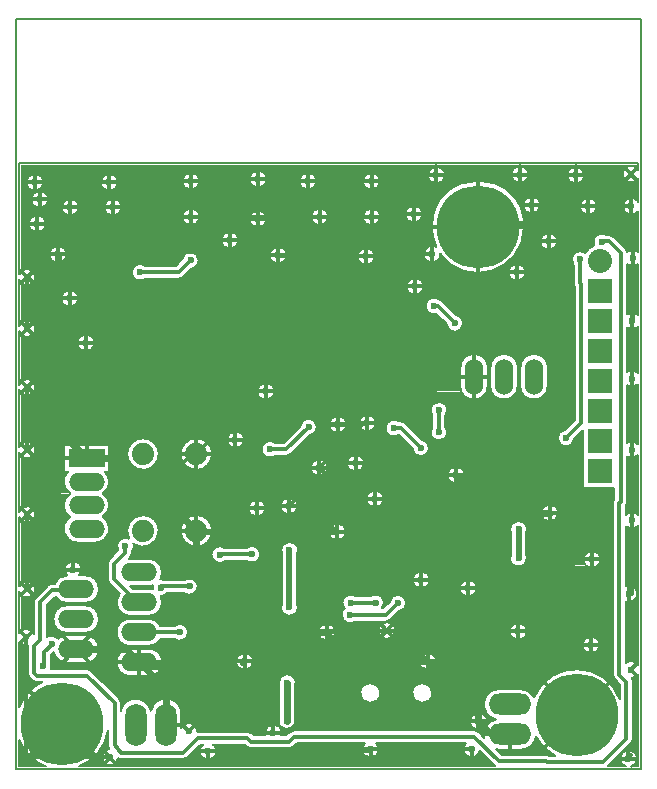
<source format=gbr>
G04 DesignSpark PCB Gerber Version 11.0 Build 5877*
%FSLAX33Y33*%
%MOIN*%
%ADD99O,0.06000X0.12000*%
%ADD102O,0.07087X0.14173*%
%ADD100O,0.12000X0.06000*%
%ADD106O,0.14173X0.07087*%
%ADD105R,0.12000X0.06000*%
%ADD104R,0.07874X0.07874*%
%ADD139C,0.00500*%
%ADD94C,0.00787*%
%ADD95C,0.01181*%
%ADD96C,0.01969*%
%ADD97C,0.02362*%
%ADD101C,0.07400*%
%ADD103C,0.08000*%
%ADD98C,0.27559*%
X0Y0D02*
D02*
D94*
X298Y165D02*
Y77D01*
X386D01*
G75*
G02*
X298Y165I55J143D01*
G01*
G36*
X298Y165D02*
Y77D01*
X386D01*
G75*
G02*
X298Y165I55J143D01*
G01*
G37*
Y493D02*
Y276D01*
G75*
G02*
X374Y358I143J-55D01*
G01*
X355D01*
G75*
G02*
X339Y365I0J22D01*
G01*
X332Y372D01*
G75*
G02*
X325Y388I15J15D01*
G01*
Y478D01*
G75*
G02*
X325Y481I22J0D01*
G01*
G75*
G02*
X298Y493I-4J27D01*
G01*
G36*
X298Y493D02*
Y276D01*
G75*
G02*
X374Y358I143J-55D01*
G01*
X355D01*
G75*
G02*
X339Y365I0J22D01*
G01*
X332Y372D01*
G75*
G02*
X325Y388I15J15D01*
G01*
Y478D01*
G75*
G02*
X325Y481I22J0D01*
G01*
G75*
G02*
X298Y493I-4J27D01*
G01*
G37*
Y660D02*
Y523D01*
G75*
G02*
X346Y520I23J-15D01*
G01*
Y625D01*
G75*
G02*
X352Y640I22J0D01*
G01*
X392Y680D01*
G75*
G02*
X407Y686I15J-15D01*
G01*
X415D01*
G75*
G02*
X457Y714I42J-18D01*
G01*
X457D01*
G75*
G02*
X449Y733I19J20D01*
G01*
G75*
G02*
X504I28J0D01*
G01*
G75*
G02*
X496Y714I-28J0D01*
G01*
X517D01*
G75*
G02*
Y622I0J-46D01*
G01*
X457D01*
G75*
G02*
X419Y643I0J46D01*
G01*
X416D01*
X389Y616D01*
Y509D01*
G75*
G02*
X427Y503I16J-23D01*
G01*
G75*
G02*
X457Y514I30J-35D01*
G01*
X517D01*
G75*
G02*
Y422I0J-46D01*
G01*
X457D01*
G75*
G02*
X412Y459I0J46D01*
G01*
X402Y449D01*
Y424D01*
G75*
G02*
X403Y402I-25J-12D01*
G01*
X523D01*
G75*
G02*
X538Y395I0J-22D01*
G01*
X630Y304D01*
G75*
G02*
X636Y288I-15J-15D01*
G01*
Y261D01*
G75*
G02*
X737Y263I50J-9D01*
G01*
G75*
G02*
X838Y252I50J-11D01*
G01*
Y206D01*
G75*
G02*
X890Y194I25J-12D01*
G01*
G75*
G02*
X890Y193I-28J0D01*
G01*
G75*
G02*
X892Y193I2J-22D01*
G01*
X1058D01*
G75*
G02*
X1074Y187I0J-22D01*
G01*
X1079Y181D01*
X1118D01*
G75*
G02*
X1117Y189I26J8D01*
G01*
G75*
G02*
X1172I28J0D01*
G01*
G75*
G02*
X1171Y181I-28J0D01*
G01*
X1188D01*
X1199Y191D01*
G75*
G02*
X1214Y198I15J-15D01*
G01*
X1814D01*
G75*
G02*
X1830Y191I0J-22D01*
G01*
X1848Y173D01*
G75*
G02*
X1887Y234I50J11D01*
G01*
G75*
G02*
X1898Y335I11J50D01*
G01*
X1969D01*
G75*
G02*
X2014Y308I0J-51D01*
G01*
G75*
G02*
X2300Y302I141J-60D01*
G01*
Y350D01*
X2282Y368D01*
G75*
G02*
X2276Y383I15J15D01*
G01*
Y955D01*
G75*
G02*
X2281Y968I22J0D01*
G01*
Y1006D01*
X2178D01*
Y1199D01*
X2147Y1168D01*
G75*
G02*
X2092Y1171I-27J3D01*
G01*
G75*
G02*
X2116Y1199I28J0D01*
G01*
X2149Y1231D01*
Y1677D01*
G75*
G02*
X2145Y1689I18J12D01*
G01*
Y1750D01*
G75*
G02*
X2184Y1788I22J17D01*
G01*
G75*
G02*
X2214Y1814I49J-27D01*
G01*
G75*
G02*
X2255Y1848I25J12D01*
G01*
X2264D01*
G75*
G02*
X2280Y1842I0J-22D01*
G01*
X2318Y1804D01*
G75*
G02*
X2324Y1792I-15J-15D01*
G01*
G75*
G02*
X2360Y1792I18J-21D01*
G01*
Y1927D01*
G75*
G02*
X2310Y1944I-22J16D01*
G01*
G75*
G02*
X2360Y1960I28J0D01*
G01*
Y2038D01*
G75*
G02*
X2308Y2051I-24J13D01*
G01*
G75*
G02*
X2360Y2065I28J0D01*
G01*
Y2087D01*
X298D01*
Y1717D01*
G75*
G02*
X352Y1709I26J-9D01*
G01*
G75*
G02*
X298Y1700I-28J0D01*
G01*
Y1545D01*
G75*
G02*
X352Y1536I26J-9D01*
G01*
G75*
G02*
X298Y1528I-28J0D01*
G01*
Y1350D01*
G75*
G02*
X352Y1342I26J-9D01*
G01*
G75*
G02*
X298Y1333I-28J0D01*
G01*
Y1141D01*
G75*
G02*
X352Y1132I26J-9D01*
G01*
G75*
G02*
X298Y1123I-28J0D01*
G01*
Y926D01*
G75*
G02*
X352Y917I26J-9D01*
G01*
G75*
G02*
X298Y909I-28J0D01*
G01*
Y677D01*
G75*
G02*
X352Y668I26J-9D01*
G01*
G75*
G02*
X298Y660I-28J0D01*
G01*
X322Y2024D02*
G75*
G02*
X377I28J0D01*
G01*
G75*
G02*
X322I-28J0D01*
G01*
X330Y1886D02*
G75*
G02*
X385I28J0D01*
G01*
G75*
G02*
X330I-28J0D01*
G01*
X338Y1967D02*
G75*
G02*
X393I28J0D01*
G01*
G75*
G02*
X338I-28J0D01*
G01*
X399Y1784D02*
G75*
G02*
X454I28J0D01*
G01*
G75*
G02*
X399I-28J0D01*
G01*
X438Y1637D02*
G75*
G02*
X493I28J0D01*
G01*
G75*
G02*
X438I-28J0D01*
G01*
X446Y1150D02*
X597D01*
Y1059D01*
X583D01*
G75*
G02*
X575Y987I-32J-33D01*
G01*
G75*
G02*
Y908I-23J-39D01*
G01*
G75*
G02*
X552Y823I-23J-39D01*
G01*
X492D01*
G75*
G02*
X468Y908I0J46D01*
G01*
G75*
G02*
Y987I23J39D01*
G01*
G75*
G02*
X460Y1059I23J39D01*
G01*
X446D01*
Y1150D01*
X848Y698D02*
G75*
G02*
X892Y677I17J-22D01*
G01*
G75*
G02*
X848Y655I-28J0D01*
G01*
X791D01*
G75*
G02*
X768Y646I-21J18D01*
G01*
G75*
G02*
X728Y578I-40J-22D01*
G01*
X668D01*
G75*
G02*
X632Y652I0J46D01*
G01*
X599Y685D01*
G75*
G02*
X592Y701I15J15D01*
G01*
Y752D01*
G75*
G02*
X599Y767I22J0D01*
G01*
X628Y797D01*
G75*
G02*
X664Y836I23J15D01*
G01*
G75*
G02*
X710Y915I46J26D01*
G01*
G75*
G02*
X762Y862I0J-53D01*
G01*
G75*
G02*
X678Y820I-53J0D01*
G01*
G75*
G02*
X673Y795I-26J-9D01*
G01*
Y789D01*
G75*
G02*
X667Y774I-22J0D01*
G01*
X662Y769D01*
G75*
G02*
X668Y770I5J-45D01*
G01*
X728D01*
G75*
G02*
X767Y701I0J-46D01*
G01*
G75*
G02*
X782Y698I3J-27D01*
G01*
X848D01*
X728Y470D02*
G75*
G02*
Y378I0J-46D01*
G01*
X668D01*
G75*
G02*
Y470I0J46D01*
G01*
X728D01*
X816Y546D02*
G75*
G02*
X860Y524I17J-22D01*
G01*
G75*
G02*
X816Y502I-28J0D01*
G01*
X768D01*
G75*
G02*
X728Y478I-40J22D01*
G01*
X668D01*
G75*
G02*
Y570I0J46D01*
G01*
X728D01*
G75*
G02*
X768Y546I0J-46D01*
G01*
X816D01*
X492Y1489D02*
G75*
G02*
X547I28J0D01*
G01*
G75*
G02*
X492I-28J0D01*
G01*
X440Y1941D02*
G75*
G02*
X495I28J0D01*
G01*
G75*
G02*
X440I-28J0D01*
G01*
X570Y2024D02*
G75*
G02*
X625I28J0D01*
G01*
G75*
G02*
X570I-28J0D01*
G01*
X582Y1941D02*
G75*
G02*
X637I28J0D01*
G01*
G75*
G02*
X582I-28J0D01*
G01*
X710Y1171D02*
G75*
G02*
X762Y1118I0J-53D01*
G01*
G75*
G02*
X710Y1066I-53J0D01*
G01*
G75*
G02*
X657Y1118I0J53D01*
G01*
G75*
G02*
X710Y1171I53J0D01*
G01*
X841Y1767D02*
G75*
G02*
X896Y1764I27J-3D01*
G01*
G75*
G02*
X872Y1737I-28J0D01*
G01*
X844Y1709D01*
G75*
G02*
X829Y1702I-15J15D01*
G01*
X717D01*
G75*
G02*
X673Y1724I-17J22D01*
G01*
G75*
G02*
X717Y1746I28J0D01*
G01*
X820D01*
X841Y1767D01*
X888Y915D02*
G75*
G02*
X940Y862I0J-53D01*
G01*
G75*
G02*
X888Y810I-53J0D01*
G01*
G75*
G02*
X835Y862I0J53D01*
G01*
G75*
G02*
X888Y915I53J0D01*
G01*
X1056Y806D02*
G75*
G02*
X1101Y784I17J-22D01*
G01*
G75*
G02*
X1056Y763I-28J0D01*
G01*
X985D01*
G75*
G02*
X938Y783I-19J20D01*
G01*
G75*
G02*
X981Y806I28J0D01*
G01*
X1056D01*
X1021Y427D02*
G75*
G02*
X1076I28J0D01*
G01*
G75*
G02*
X1021I-28J0D01*
G01*
X888Y1171D02*
G75*
G02*
X940Y1118I0J-53D01*
G01*
G75*
G02*
X888Y1066I-53J0D01*
G01*
G75*
G02*
X835Y1118I0J53D01*
G01*
G75*
G02*
X888Y1171I53J0D01*
G01*
X842Y1909D02*
G75*
G02*
X897I28J0D01*
G01*
G75*
G02*
X842I-28J0D01*
G01*
Y2028D02*
G75*
G02*
X897I28J0D01*
G01*
G75*
G02*
X842I-28J0D01*
G01*
X972Y1831D02*
G75*
G02*
X1027I28J0D01*
G01*
G75*
G02*
X972I-28J0D01*
G01*
X991Y1166D02*
G75*
G02*
X1046I28J0D01*
G01*
G75*
G02*
X991I-28J0D01*
G01*
X1062Y938D02*
G75*
G02*
X1117I28J0D01*
G01*
G75*
G02*
X1062I-28J0D01*
G01*
X1066Y1902D02*
G75*
G02*
X1121I28J0D01*
G01*
G75*
G02*
X1066I-28J0D01*
G01*
X1092Y1327D02*
G75*
G02*
X1147I28J0D01*
G01*
G75*
G02*
X1092I-28J0D01*
G01*
X1235Y1212D02*
G75*
G02*
X1290Y1209I27J-3D01*
G01*
G75*
G02*
X1266Y1182I-28J0D01*
G01*
X1203Y1119D01*
G75*
G02*
X1188Y1112I-15J15D01*
G01*
X1150D01*
G75*
G02*
X1105Y1134I-17J22D01*
G01*
G75*
G02*
X1150Y1156I28J0D01*
G01*
X1179D01*
X1235Y1212D01*
X1270Y1073D02*
G75*
G02*
X1325I28J0D01*
G01*
G75*
G02*
X1270I-28J0D01*
G01*
X1295Y525D02*
G75*
G02*
X1350I28J0D01*
G01*
G75*
G02*
X1295I-28J0D01*
G01*
X1191Y384D02*
G75*
G02*
X1217Y348I0J-28D01*
G01*
X1217Y348D01*
Y230D01*
G75*
G02*
X1162I-28J0D01*
G01*
Y356D01*
G75*
G02*
X1189Y384I28J0D01*
G01*
X1191D01*
X1169Y945D02*
G75*
G02*
X1224I28J0D01*
G01*
G75*
G02*
X1169I-28J0D01*
G01*
X1171Y797D02*
G75*
G02*
X1226I28J0D01*
G01*
G75*
G02*
X1224Y787I-28J0D01*
G01*
Y617D01*
G75*
G02*
X1226Y607I-26J-10D01*
G01*
G75*
G02*
X1171I-28J0D01*
G01*
G75*
G02*
X1173Y617I28J0D01*
G01*
Y787D01*
G75*
G02*
X1171Y797I26J10D01*
G01*
X1066Y2035D02*
G75*
G02*
X1121I28J0D01*
G01*
G75*
G02*
X1066I-28J0D01*
G01*
X1133Y1781D02*
G75*
G02*
X1188I28J0D01*
G01*
G75*
G02*
X1133I-28J0D01*
G01*
X1232Y2028D02*
G75*
G02*
X1287I28J0D01*
G01*
G75*
G02*
X1232I-28J0D01*
G01*
X1271Y1909D02*
G75*
G02*
X1326I28J0D01*
G01*
G75*
G02*
X1271I-28J0D01*
G01*
X1330Y859D02*
G75*
G02*
X1385I28J0D01*
G01*
G75*
G02*
X1330I-28J0D01*
G01*
X1533Y625D02*
G75*
G02*
X1588Y622I27J-3D01*
G01*
G75*
G02*
X1563Y595I-28J0D01*
G01*
X1535Y567D01*
G75*
G02*
X1520Y560I-15J15D01*
G01*
X1417D01*
G75*
G02*
X1383Y603I-17J22D01*
G01*
G75*
G02*
X1419Y645I19J20D01*
G01*
X1468D01*
G75*
G02*
X1505Y604I17J-22D01*
G01*
X1511D01*
X1533Y625D01*
X1434Y322D02*
G75*
G02*
X1501I33J0D01*
G01*
G75*
G02*
X1434I-33J0D01*
G01*
X1495Y530D02*
G75*
G02*
X1550I28J0D01*
G01*
G75*
G02*
X1495I-28J0D01*
G01*
X1332Y1217D02*
G75*
G02*
X1387I28J0D01*
G01*
X1387Y1216D01*
X1387Y1216D01*
G75*
G02*
X1332I-28J0D01*
G01*
X1332Y1216D01*
X1332Y1217D01*
X1391Y1088D02*
G75*
G02*
X1446I28J0D01*
G01*
G75*
G02*
X1391I-28J0D01*
G01*
X1426Y1777D02*
G75*
G02*
X1482I28J0D01*
G01*
G75*
G02*
X1426I-28J0D01*
G01*
X1430Y1221D02*
G75*
G02*
X1485I28J0D01*
G01*
G75*
G02*
X1430I-28J0D01*
G01*
X1456Y969D02*
G75*
G02*
X1511I28J0D01*
G01*
G75*
G02*
X1456I-28J0D01*
G01*
X1444Y1909D02*
G75*
G02*
X1499I28J0D01*
G01*
G75*
G02*
X1444I-28J0D01*
G01*
Y2028D02*
G75*
G02*
X1499I28J0D01*
G01*
G75*
G02*
X1444I-28J0D01*
G01*
X1639Y1166D02*
G75*
G02*
X1664Y1139I-3J-27D01*
G01*
G75*
G02*
X1609Y1136I-28J0D01*
G01*
X1562Y1182D01*
G75*
G02*
X1519Y1205I-16J23D01*
G01*
G75*
G02*
X1563Y1227I28J0D01*
G01*
X1570D01*
G75*
G02*
X1585Y1220I0J-22D01*
G01*
X1639Y1166D01*
X1610Y699D02*
G75*
G02*
X1665I28J0D01*
G01*
G75*
G02*
X1610I-28J0D01*
G01*
X1631Y428D02*
G75*
G02*
X1686I28J0D01*
G01*
G75*
G02*
X1631I-28J0D01*
G01*
X1607Y322D02*
G75*
G02*
X1674I33J0D01*
G01*
G75*
G02*
X1607I-33J0D01*
G01*
X1585Y1918D02*
G75*
G02*
X1640I28J0D01*
G01*
G75*
G02*
X1585I-28J0D01*
G01*
X1589Y1677D02*
G75*
G02*
X1644I28J0D01*
G01*
G75*
G02*
X1589I-28J0D01*
G01*
X1673Y1876D02*
G75*
G02*
X1980I154J0D01*
G01*
G75*
G02*
X1701Y1787I-154J0D01*
G01*
G75*
G02*
X1701Y1785I-28J-2D01*
G01*
G75*
G02*
X1646I-28J0D01*
G01*
G75*
G02*
X1688Y1809I28J0D01*
G01*
G75*
G02*
X1673Y1876I138J67D01*
G01*
X1868Y1406D02*
G75*
G02*
X1959I46J0D01*
G01*
Y1346D01*
G75*
G02*
X1868I-46J0D01*
G01*
Y1406D01*
X1933Y527D02*
G75*
G02*
X1989I28J0D01*
G01*
G75*
G02*
X1933I-28J0D01*
G01*
X1934Y867D02*
G75*
G02*
X1989I28J0D01*
G01*
G75*
G02*
X1988Y857I-28J0D01*
G01*
Y781D01*
G75*
G02*
X1989Y771I-26J-10D01*
G01*
G75*
G02*
X1934I-28J0D01*
G01*
G75*
G02*
X1936Y781I28J0D01*
G01*
Y857D01*
G75*
G02*
X1934Y867I26J10D01*
G01*
X1929Y1724D02*
G75*
G02*
X1984I28J0D01*
G01*
G75*
G02*
X1929I-28J0D01*
G01*
X1968Y1406D02*
G75*
G02*
X2059I46J0D01*
G01*
Y1346D01*
G75*
G02*
X1968I-46J0D01*
G01*
Y1406D01*
X2038Y922D02*
G75*
G02*
X2093I28J0D01*
G01*
G75*
G02*
X2038I-28J0D01*
G01*
X1753Y1582D02*
G75*
G02*
X1777Y1554I-3J-27D01*
G01*
G75*
G02*
X1722Y1551I-28J0D01*
G01*
X1688Y1585D01*
G75*
G02*
X1652Y1612I-8J26D01*
G01*
G75*
G02*
X1698Y1633I28J0D01*
G01*
G75*
G02*
X1707Y1627I-6J-21D01*
G01*
X1753Y1582D01*
X1726Y1048D02*
G75*
G02*
X1781I28J0D01*
G01*
G75*
G02*
X1726I-28J0D01*
G01*
X1766Y671D02*
G75*
G02*
X1821I28J0D01*
G01*
G75*
G02*
X1766I-28J0D01*
G01*
X1801Y227D02*
G75*
G02*
X1856I28J0D01*
G01*
G75*
G02*
X1801I-28J0D01*
G01*
X1768Y1406D02*
G75*
G02*
X1859I46J0D01*
G01*
Y1346D01*
G75*
G02*
X1768I-46J0D01*
G01*
Y1406D01*
X1669Y1264D02*
G75*
G02*
X1724I28J0D01*
G01*
G75*
G02*
X1718Y1247I-28J0D01*
G01*
Y1209D01*
G75*
G02*
X1724Y1192I-22J-17D01*
G01*
G75*
G02*
X1669I-28J0D01*
G01*
G75*
G02*
X1674Y1209I28J0D01*
G01*
Y1247D01*
G75*
G02*
X1669Y1264I22J17D01*
G01*
X1661Y2048D02*
G75*
G02*
X1716I28J0D01*
G01*
G75*
G02*
X1661I-28J0D01*
G01*
X1938Y2050D02*
G75*
G02*
X1994I28J0D01*
G01*
G75*
G02*
X1938I-28J0D01*
G01*
X1978Y1948D02*
G75*
G02*
X2033I28J0D01*
G01*
G75*
G02*
X1978I-28J0D01*
G01*
X2035Y1827D02*
G75*
G02*
X2090I28J0D01*
G01*
G75*
G02*
X2035I-28J0D01*
G01*
X2124Y2048D02*
G75*
G02*
X2180I28J0D01*
G01*
G75*
G02*
X2124I-28J0D01*
G01*
X2167Y1944D02*
G75*
G02*
X2222I28J0D01*
G01*
G75*
G02*
X2167I-28J0D01*
G01*
X517Y614D02*
G75*
G02*
Y522I0J-46D01*
G01*
X457D01*
G75*
G02*
Y614I0J46D01*
G01*
X517D01*
X2179Y767D02*
G75*
G02*
X2234I28J0D01*
G01*
G75*
G02*
X2179I-28J0D01*
G01*
X2176Y482D02*
G75*
G02*
X2231I28J0D01*
G01*
G75*
G02*
X2176I-28J0D01*
G01*
X838Y227D02*
G36*
X838Y227D02*
Y206D01*
G75*
G02*
X890Y194I25J-12D01*
G01*
G75*
G02*
X890Y193I-31J0D01*
G01*
G75*
G02*
X892Y193I2J-21D01*
G01*
X1058D01*
G75*
G02*
X1074Y187I0J-22D01*
G01*
X1079Y181D01*
X1118D01*
G75*
G02*
X1117Y189I26J8D01*
G01*
Y189D01*
G75*
G02*
X1172I28J0D01*
G01*
Y189D01*
G75*
G02*
X1171Y181I-27J0D01*
G01*
X1188D01*
X1199Y191D01*
G75*
G02*
X1214Y198I15J-15D01*
G01*
X1814D01*
G75*
G02*
X1830Y191I0J-22D01*
G01*
X1844Y177D01*
X1847D01*
G75*
G02*
X1847Y184I51J7D01*
G01*
G75*
G02*
X1871Y227I51J0D01*
G01*
X1856D01*
G75*
G02*
X1801I-28J0D01*
G01*
X1217D01*
G75*
G02*
X1162I-27J3D01*
G01*
X838D01*
G37*
X636Y288D02*
G36*
X636Y288D02*
Y261D01*
G75*
G02*
X657Y293I50J-9D01*
G01*
X636D01*
G75*
G02*
X636Y288I-21J-5D01*
G01*
G37*
X717Y293D02*
G36*
X717Y293D02*
G75*
G02*
X737Y263I-30J-41D01*
G01*
G75*
G02*
X757Y293I50J-11D01*
G01*
X717D01*
G37*
X838Y252D02*
G36*
X838Y252D02*
Y227D01*
X1162D01*
G75*
G02*
X1162Y230I27J3D01*
G01*
Y293D01*
X817D01*
G75*
G02*
X838Y252I-30J-41D01*
G01*
G37*
X1217Y230D02*
G36*
X1217Y230D02*
G75*
G02*
X1217Y227I-28J0D01*
G01*
X1801D01*
G75*
G02*
X1856I28J0D01*
G01*
X1871D01*
G75*
G02*
X1887Y234I27J-43D01*
G01*
G75*
G02*
X1847Y284I11J50D01*
G01*
G75*
G02*
X1848Y293I51J0D01*
G01*
X1657D01*
G75*
G02*
X1624I-17J29D01*
G01*
X1484D01*
G75*
G02*
X1450I-17J29D01*
G01*
X1217D01*
Y230D01*
G37*
X402Y424D02*
G36*
X402Y424D02*
Y424D01*
G75*
G02*
X405Y411I-25J-12D01*
G01*
G75*
G02*
X403Y402I-28J0D01*
G01*
X523D01*
G75*
G02*
X538Y395I0J-22D01*
G01*
X630Y304D01*
G75*
G02*
X636Y293I-15J-15D01*
G01*
X657D01*
G75*
G02*
X717I30J-41D01*
G01*
X757D01*
G75*
G02*
X817I30J-41D01*
G01*
X1162D01*
Y356D01*
Y356D01*
G75*
G02*
X1189Y384I28J0D01*
G01*
X1191D01*
G75*
G02*
X1218Y356I0J-28D01*
G01*
G75*
G02*
X1217Y348I-28J0D01*
G01*
X1217Y348D01*
Y293D01*
X1450D01*
G75*
G02*
X1434Y322I17J29D01*
G01*
G75*
G02*
X1501I33J0D01*
G01*
G75*
G02*
X1484Y293I-33J0D01*
G01*
X1624D01*
G75*
G02*
X1607Y322I17J29D01*
G01*
G75*
G02*
X1674I33J0D01*
G01*
G75*
G02*
X1657Y293I-33J0D01*
G01*
X1848D01*
G75*
G02*
X1898Y335I50J-9D01*
G01*
X1969D01*
G75*
G02*
X2014Y308I0J-51D01*
G01*
G75*
G02*
X2300Y302I141J-60D01*
G01*
Y350D01*
X2282Y368D01*
G75*
G02*
X2276Y383I15J15D01*
G01*
Y424D01*
X1686D01*
G75*
G02*
X1632I-27J4D01*
G01*
X1076D01*
G75*
G02*
X1021I-27J3D01*
G01*
X773D01*
G75*
G02*
X728Y378I-46J0D01*
G01*
X668D01*
G75*
G02*
X622Y424I0J46D01*
G01*
X530D01*
G75*
G02*
X517Y422I-13J44D01*
G01*
X457D01*
G75*
G02*
X444Y424I0J46D01*
G01*
X402D01*
G37*
Y449D02*
G36*
X402Y449D02*
Y424D01*
X444D01*
G75*
G02*
X412Y459I13J44D01*
G01*
X402Y449D01*
G37*
X563Y468D02*
G36*
X563Y468D02*
G75*
G02*
X530Y424I-46J0D01*
G01*
X622D01*
G75*
G02*
X668Y470I46J0D01*
G01*
X728D01*
G75*
G02*
X773Y424I0J-46D01*
G01*
X1021D01*
G75*
G02*
X1021Y427I27J3D01*
G01*
G75*
G02*
X1076I28J0D01*
G01*
G75*
G02*
X1076Y424I-28J0D01*
G01*
X1632D01*
G75*
G02*
X1631Y428I27J4D01*
G01*
G75*
G02*
X1686I28J0D01*
G01*
G75*
G02*
X1686Y424I-28J0D01*
G01*
X2276D01*
Y482D01*
X2231D01*
G75*
G02*
X2176I-28J0D01*
G01*
X746D01*
G75*
G02*
X728Y478I-19J42D01*
G01*
X668D01*
G75*
G02*
X649Y482I0J46D01*
G01*
X560D01*
G75*
G02*
X563Y468I-43J-14D01*
G01*
G37*
X344Y524D02*
G36*
X344Y524D02*
G75*
G02*
X346Y520I-22J-16D01*
G01*
Y524D01*
X344D01*
G37*
X389D02*
G36*
X389Y524D02*
Y509D01*
G75*
G02*
X427Y503I16J-23D01*
G01*
G75*
G02*
X457Y514I30J-35D01*
G01*
X517D01*
G75*
G02*
X560Y482I0J-46D01*
G01*
X649D01*
G75*
G02*
X622Y524I19J42D01*
G01*
X530D01*
G75*
G02*
X517Y522I-13J44D01*
G01*
X457D01*
G75*
G02*
X444Y524I0J46D01*
G01*
X389D01*
G37*
X768Y502D02*
G36*
X768Y502D02*
G75*
G02*
X746Y482I-40J22D01*
G01*
X2176D01*
G75*
G02*
X2231I28J0D01*
G01*
X2276D01*
Y524D01*
X1988D01*
G75*
G02*
X1934I-27J3D01*
G01*
X1550D01*
G75*
G02*
X1496I-27J6D01*
G01*
X1350D01*
G75*
G02*
X1295I-28J1D01*
G01*
X860D01*
G75*
G02*
X816Y502I-28J0D01*
G01*
X768D01*
G37*
X302Y603D02*
G36*
X302Y603D02*
Y528D01*
G75*
G02*
X344Y524I19J-20D01*
G01*
X346D01*
Y603D01*
X302D01*
G37*
X389D02*
G36*
X389Y603D02*
Y524D01*
X444D01*
G75*
G02*
X411Y568I13J44D01*
G01*
G75*
G02*
X427Y603I46J0D01*
G01*
X389D01*
G37*
X563Y568D02*
G36*
X563Y568D02*
G75*
G02*
X530Y524I-46J0D01*
G01*
X622D01*
G75*
G02*
X668Y570I46J0D01*
G01*
X728D01*
G75*
G02*
X768Y546I0J-46D01*
G01*
X816D01*
G75*
G02*
X860Y524I17J-22D01*
G01*
X1295D01*
G75*
G02*
X1295Y525I28J1D01*
G01*
G75*
G02*
X1350I28J0D01*
G01*
G75*
G02*
X1350Y524I-28J0D01*
G01*
X1496D01*
G75*
G02*
X1495Y530I27J6D01*
G01*
G75*
G02*
X1550I28J0D01*
G01*
G75*
G02*
X1550Y524I-28J0D01*
G01*
X1934D01*
G75*
G02*
X1933Y527I27J3D01*
G01*
G75*
G02*
X1989I28J0D01*
G01*
G75*
G02*
X1988Y524I-28J0D01*
G01*
X2276D01*
Y603D01*
X1580D01*
G75*
G02*
X1563Y595I-20J19D01*
G01*
X1535Y567D01*
G75*
G02*
X1520Y560I-15J15D01*
G01*
X1417D01*
G75*
G02*
X1373Y582I-17J22D01*
G01*
G75*
G02*
X1382Y603I28J0D01*
G01*
X1225D01*
G75*
G02*
X1171I-27J4D01*
G01*
X768D01*
G75*
G02*
X728Y578I-40J21D01*
G01*
X668D01*
G75*
G02*
X627Y603I0J46D01*
G01*
X546D01*
G75*
G02*
X563Y568I-30J-35D01*
G01*
G37*
X302Y652D02*
G36*
X302Y652D02*
Y603D01*
X346D01*
Y625D01*
G75*
G02*
X352Y640I22J0D01*
G01*
X383Y671D01*
X352D01*
G75*
G02*
X352Y668I-27J-3D01*
G01*
G75*
G02*
X302Y652I-28J0D01*
G01*
G37*
X389Y616D02*
G36*
X389Y616D02*
Y603D01*
X427D01*
G75*
G02*
X457Y614I30J-35D01*
G01*
X517D01*
G75*
G02*
X546Y603I0J-46D01*
G01*
X627D01*
G75*
G02*
X622Y624I40J21D01*
G01*
G75*
G02*
X632Y652I46J0D01*
G01*
X613Y671D01*
X562D01*
G75*
G02*
X563Y668I-46J-3D01*
G01*
G75*
G02*
X517Y622I-46J0D01*
G01*
X457D01*
G75*
G02*
X419Y643I0J46D01*
G01*
X416D01*
X389Y616D01*
G37*
X773Y624D02*
G36*
X773Y624D02*
G75*
G02*
X768Y603I-46J0D01*
G01*
X1171D01*
G75*
G02*
X1171Y607I27J4D01*
G01*
Y607D01*
G75*
G02*
X1173Y617I28J0D01*
G01*
Y671D01*
X892D01*
G75*
G02*
X848Y655I-27J5D01*
G01*
X791D01*
G75*
G02*
X768Y646I-21J18D01*
G01*
G75*
G02*
X773Y624I-40J-22D01*
G01*
G37*
X1224Y671D02*
G36*
X1224Y671D02*
Y617D01*
G75*
G02*
X1226Y607I-26J-10D01*
G01*
Y607D01*
G75*
G02*
X1225Y603I-28J0D01*
G01*
X1382D01*
G75*
G02*
X1383Y603I18J-21D01*
G01*
G75*
G02*
X1374Y623I19J20D01*
G01*
G75*
G02*
X1419Y645I28J0D01*
G01*
X1468D01*
G75*
G02*
X1513Y623I17J-22D01*
G01*
G75*
G02*
X1505Y604I-28J0D01*
G01*
X1511D01*
X1533Y625D01*
G75*
G02*
X1588Y622I27J-3D01*
G01*
G75*
G02*
X1580Y603I-28J0D01*
G01*
X2276D01*
Y671D01*
X1821D01*
G75*
G02*
X1766I-28J0D01*
G01*
X1637D01*
X1224D01*
G37*
X302Y699D02*
G36*
X302Y699D02*
Y685D01*
G75*
G02*
X352Y671I22J-16D01*
G01*
X383D01*
X392Y680D01*
G75*
G02*
X407Y686I15J-15D01*
G01*
X415D01*
G75*
G02*
X423Y699I42J-18D01*
G01*
X302D01*
G37*
X550D02*
G36*
X550Y699D02*
G75*
G02*
X562Y671I-34J-31D01*
G01*
X613D01*
X599Y685D01*
G75*
G02*
X592Y699I15J15D01*
G01*
X550D01*
G37*
X780D02*
G36*
X780Y699D02*
G75*
G02*
X782Y698I-10J-26D01*
G01*
X848D01*
G75*
G02*
X849Y699I17J-22D01*
G01*
X780D01*
G37*
X892Y677D02*
G36*
X892Y677D02*
G75*
G02*
X892Y671I-28J0D01*
G01*
X1173D01*
Y699D01*
X881D01*
G75*
G02*
X892Y677I-16J-22D01*
G01*
G37*
X1224Y699D02*
G36*
X1224Y699D02*
Y671D01*
X1637D01*
X1766D01*
G75*
G02*
X1794Y699I28J0D01*
G01*
G75*
G02*
X1821Y671I0J-28D01*
G01*
X2276D01*
Y699D01*
X1794D01*
X1665D01*
G75*
G02*
X1637Y671I-28J0D01*
G01*
G75*
G02*
X1610Y699I0J28D01*
G01*
X1224D01*
G37*
X302Y747D02*
G36*
X302Y747D02*
Y699D01*
X423D01*
G75*
G02*
X457Y714I34J-31D01*
G01*
X457D01*
G75*
G02*
X449Y733I19J20D01*
G01*
Y733D01*
G75*
G02*
X453Y747I28J0D01*
G01*
X302D01*
G37*
X501D02*
G36*
X501Y747D02*
G75*
G02*
X504Y733I-24J-13D01*
G01*
Y733D01*
G75*
G02*
X496Y714I-28J0D01*
G01*
X517D01*
G75*
G02*
X550Y699I0J-46D01*
G01*
X592D01*
G75*
G02*
X592Y701I22J2D01*
G01*
Y747D01*
X501D01*
G37*
X773Y724D02*
G36*
X773Y724D02*
G75*
G02*
X767Y701I-46J0D01*
G01*
G75*
G02*
X780Y699I3J-27D01*
G01*
X849D01*
G75*
G02*
X881I16J-22D01*
G01*
X1173D01*
Y747D01*
X767D01*
G75*
G02*
X773Y724I-40J-23D01*
G01*
G37*
X1224Y747D02*
G36*
X1224Y747D02*
Y699D01*
X1610D01*
G75*
G02*
X1665I28J0D01*
G01*
X1794D01*
X2276D01*
Y747D01*
X2225D01*
G75*
G02*
X2188I-19J20D01*
G01*
X1976D01*
G75*
G02*
X1948I-14J24D01*
G01*
X1224D01*
G37*
X302Y784D02*
G36*
X302Y784D02*
Y747D01*
X453D01*
G75*
G02*
X501I24J-13D01*
G01*
X592D01*
Y752D01*
G75*
G02*
X599Y767I22J0D01*
G01*
X615Y784D01*
X302D01*
G37*
X667Y774D02*
G36*
X667Y774D02*
X662Y769D01*
G75*
G02*
X668Y770I5J-45D01*
G01*
X728D01*
G75*
G02*
X767Y747I0J-46D01*
G01*
X1173D01*
Y784D01*
X1101D01*
G75*
G02*
X1056Y763I-28J1D01*
G01*
X985D01*
G75*
G02*
X938Y783I-19J20D01*
G01*
G75*
G02*
X938Y784I28J0D01*
G01*
X672D01*
G75*
G02*
X667Y774I-21J6D01*
G01*
G37*
X1224Y784D02*
G36*
X1224Y784D02*
Y747D01*
X1948D01*
G75*
G02*
X1934Y771I14J24D01*
G01*
Y771D01*
G75*
G02*
X1936Y781I28J0D01*
G01*
Y784D01*
X1224D01*
G37*
X1988D02*
G36*
X1988Y784D02*
Y781D01*
G75*
G02*
X1989Y771I-26J-10D01*
G01*
Y771D01*
G75*
G02*
X1976Y747I-28J0D01*
G01*
X2188D01*
G75*
G02*
X2179Y767I19J20D01*
G01*
G75*
G02*
X2185Y784I28J0D01*
G01*
X1988D01*
G37*
X2234Y767D02*
G36*
X2234Y767D02*
G75*
G02*
X2225Y747I-28J0D01*
G01*
X2276D01*
Y784D01*
X2228D01*
G75*
G02*
X2234Y767I-22J-17D01*
G01*
G37*
X302Y862D02*
G36*
X302Y862D02*
Y784D01*
X615D01*
X628Y797D01*
G75*
G02*
X624Y812I23J15D01*
G01*
G75*
G02*
X664Y836I28J0D01*
G01*
G75*
G02*
X657Y862I46J26D01*
G01*
X597D01*
G75*
G02*
X552Y823I-45J6D01*
G01*
X492D01*
G75*
G02*
X446Y862I0J46D01*
G01*
X302D01*
G37*
X673Y789D02*
G36*
X673Y789D02*
G75*
G02*
X672Y784I-22J0D01*
G01*
X938D01*
G75*
G02*
X981Y806I28J-1D01*
G01*
X1056D01*
G75*
G02*
X1101Y784I17J-22D01*
G01*
X1173Y784D01*
Y787D01*
G75*
G02*
X1171Y797I26J10D01*
G01*
Y797D01*
G75*
G02*
X1226I28J0D01*
G01*
Y797D01*
G75*
G02*
X1224Y787I-28J0D01*
G01*
Y784D01*
X1936D01*
Y857D01*
G75*
G02*
X1935Y862I26J10D01*
G01*
X1385D01*
G75*
G02*
X1385Y859I-27J-3D01*
G01*
G75*
G02*
X1330I-28J0D01*
G01*
G75*
G02*
X1330Y862I28J0D01*
G01*
X940D01*
Y862D01*
G75*
G02*
X888Y810I-53J0D01*
G01*
G75*
G02*
X835Y862I0J53D01*
G01*
Y862D01*
X762D01*
G75*
G02*
X678Y820I-53J0D01*
G01*
G75*
G02*
X679Y812I-26J-9D01*
G01*
G75*
G02*
X673Y795I-28J0D01*
G01*
Y789D01*
G37*
X1988Y857D02*
G36*
X1988Y857D02*
Y784D01*
X2185D01*
G75*
G02*
X2228I22J-17D01*
G01*
X2276D01*
Y862D01*
X1989D01*
G75*
G02*
X1988Y857I-27J5D01*
G01*
G37*
X302Y901D02*
G36*
X302Y901D02*
Y862D01*
X446D01*
G75*
G02*
X446Y868I45J6D01*
G01*
G75*
G02*
X468Y908I46J0D01*
G01*
G75*
G02*
X447Y938I23J39D01*
G01*
X343D01*
G75*
G02*
X352Y917I-18J-21D01*
G01*
G75*
G02*
X302Y901I-28J0D01*
G01*
G37*
Y938D02*
G36*
X302Y938D02*
Y934D01*
G75*
G02*
X306Y938I22J-16D01*
G01*
X302D01*
G37*
X596D02*
G36*
X596Y938D02*
G75*
G02*
X575Y908I-45J9D01*
G01*
G75*
G02*
X597Y868I-23J-39D01*
G01*
G75*
G02*
X597Y862I-46J0D01*
G01*
X657D01*
G75*
G02*
X710Y915I53J0D01*
G01*
G75*
G02*
X762Y862I0J-53D01*
G01*
Y862D01*
X835D01*
Y862D01*
G75*
G02*
X888Y915I53J0D01*
G01*
G75*
G02*
X940Y862I0J-53D01*
G01*
Y862D01*
X1330D01*
G75*
G02*
X1385I27J-3D01*
G01*
X1935D01*
G75*
G02*
X1934Y867I27J5D01*
G01*
Y867D01*
G75*
G02*
X1989I28J0D01*
G01*
Y867D01*
G75*
G02*
X1989Y862I-28J0D01*
G01*
X2276D01*
Y938D01*
X2088D01*
G75*
G02*
X2093Y922I-22J-16D01*
G01*
G75*
G02*
X2038I-28J0D01*
G01*
G75*
G02*
X2043Y938I28J0D01*
G01*
X1223D01*
G75*
G02*
X1170I-27J7D01*
G01*
X1117D01*
G75*
G02*
X1062I-28J0D01*
G01*
X596D01*
G37*
X302Y987D02*
G36*
X302Y987D02*
Y938D01*
X306D01*
G75*
G02*
X343I18J-21D01*
G01*
X447D01*
G75*
G02*
X446Y947I45J9D01*
G01*
G75*
G02*
X468Y987I46J0D01*
G01*
X302D01*
G37*
X597Y947D02*
G36*
X597Y947D02*
G75*
G02*
X596Y938I-46J0D01*
G01*
X1062D01*
G75*
G02*
X1117I28J0D01*
G01*
X1170D01*
G75*
G02*
X1169Y945I27J7D01*
G01*
G75*
G02*
X1224I28J0D01*
G01*
G75*
G02*
X1223Y938I-28J0D01*
G01*
X2043D01*
G75*
G02*
X2088I22J-16D01*
G01*
X2276D01*
Y955D01*
G75*
G02*
X2281Y968I22J0D01*
G01*
Y987D01*
X1505D01*
G75*
G02*
X1511Y969I-21J-18D01*
G01*
G75*
G02*
X1456I-28J0D01*
G01*
G75*
G02*
X1463Y987I28J0D01*
G01*
X575D01*
G75*
G02*
X597Y947I-23J-39D01*
G01*
G37*
X302Y1048D02*
G36*
X302Y1048D02*
Y987D01*
X468D01*
G75*
G02*
X446Y1026I23J39D01*
G01*
G75*
G02*
X451Y1048I46J0D01*
G01*
X302D01*
G37*
X597Y1026D02*
G36*
X597Y1026D02*
G75*
G02*
X575Y987I-46J0D01*
G01*
X1463D01*
G75*
G02*
X1505I21J-18D01*
G01*
X2281D01*
Y1006D01*
X2178D01*
Y1048D01*
X1781D01*
G75*
G02*
X1726I-28J0D01*
G01*
X1309D01*
G75*
G02*
X1286I-11J25D01*
G01*
X592D01*
G75*
G02*
X597Y1026I-40J-22D01*
G01*
G37*
X302Y1073D02*
G36*
X302Y1073D02*
Y1048D01*
X451D01*
G75*
G02*
X460Y1059I40J-22D01*
G01*
X446D01*
Y1073D01*
X302D01*
G37*
X583Y1059D02*
G36*
X583Y1059D02*
G75*
G02*
X592Y1048I-32J-33D01*
G01*
X1286D01*
G75*
G02*
X1270Y1073I11J25D01*
G01*
X915D01*
G75*
G02*
X888Y1066I-27J45D01*
G01*
G75*
G02*
X861Y1073I0J53D01*
G01*
X737D01*
G75*
G02*
X710Y1066I-27J45D01*
G01*
G75*
G02*
X683Y1073I0J53D01*
G01*
X597D01*
Y1059D01*
X583D01*
G37*
X1325Y1073D02*
G36*
X1325Y1073D02*
G75*
G02*
X1309Y1048I-28J0D01*
G01*
X1726D01*
G75*
G02*
X1742Y1073I28J0D01*
G01*
X1442D01*
G75*
G02*
X1395I-23J15D01*
G01*
X1325D01*
G37*
X1765D02*
G36*
X1765Y1073D02*
G75*
G02*
X1781Y1048I-11J-25D01*
G01*
X2178D01*
Y1073D01*
X1765D01*
G37*
X302Y1116D02*
G36*
X302Y1116D02*
Y1073D01*
X446D01*
Y1118D01*
X348D01*
G75*
G02*
X302Y1116I-24J14D01*
G01*
G37*
X597Y1118D02*
G36*
X597Y1118D02*
Y1073D01*
X683D01*
G75*
G02*
X657Y1118I27J45D01*
G01*
Y1118D01*
X597D01*
G37*
X762Y1118D02*
G36*
X762Y1118D02*
G75*
G02*
X737Y1073I-53J0D01*
G01*
X861D01*
G75*
G02*
X835Y1118I27J45D01*
G01*
Y1118D01*
X762D01*
Y1118D01*
G37*
X940D02*
G36*
X940Y1118D02*
G75*
G02*
X915Y1073I-53J0D01*
G01*
X1270D01*
G75*
G02*
X1325I28J0D01*
G01*
X1395D01*
G75*
G02*
X1391Y1088I23J15D01*
G01*
G75*
G02*
X1446I28J0D01*
G01*
G75*
G02*
X1442Y1073I-28J0D01*
G01*
X1742D01*
G75*
G02*
X1765I11J-25D01*
G01*
X2178D01*
Y1118D01*
X1655D01*
G75*
G02*
X1618I-18J21D01*
G01*
X1203D01*
G75*
G02*
X1188Y1112I-15J16D01*
G01*
X1150D01*
G75*
G02*
X1110Y1118I-17J22D01*
G01*
X940D01*
Y1118D01*
G37*
X302Y1166D02*
G36*
X302Y1166D02*
Y1148D01*
G75*
G02*
X352Y1132I22J-16D01*
G01*
G75*
G02*
X348Y1118I-28J0D01*
G01*
X446D01*
Y1150D01*
X597D01*
Y1118D01*
X657D01*
Y1118D01*
G75*
G02*
X688Y1166I53J0D01*
G01*
X302D01*
G37*
X762Y1118D02*
G36*
X762Y1118D02*
Y1118D01*
X835D01*
Y1118D01*
G75*
G02*
X866Y1166I53J0D01*
G01*
X732D01*
G75*
G02*
X762Y1118I-22J-48D01*
G01*
G37*
X940D02*
G36*
X940Y1118D02*
Y1118D01*
X1110D01*
G75*
G02*
X1105Y1134I23J16D01*
G01*
G75*
G02*
X1150Y1156I28J0D01*
G01*
X1179D01*
X1189Y1166D01*
X1046D01*
G75*
G02*
X991I-28J0D01*
G01*
X910D01*
G75*
G02*
X940Y1118I-22J-48D01*
G01*
G37*
X1203Y1119D02*
G36*
X1203Y1119D02*
G75*
G02*
X1203Y1118I-15J15D01*
G01*
X1618D01*
G75*
G02*
X1609Y1136I18J21D01*
G01*
X1578Y1166D01*
X1251D01*
X1203Y1119D01*
G37*
X1639Y1166D02*
G36*
X1639Y1166D02*
X1639Y1166D01*
G75*
G02*
X1664Y1139I-3J-27D01*
G01*
G75*
G02*
X1655Y1118I-28J0D01*
G01*
X2178D01*
Y1166D01*
X2146D01*
G75*
G02*
X2092I-27J5D01*
G01*
X1705D01*
G75*
G02*
X1688I-9J26D01*
G01*
X1639D01*
G37*
X302Y1216D02*
G36*
X302Y1216D02*
Y1166D01*
X688D01*
G75*
G02*
X710Y1171I22J-48D01*
G01*
G75*
G02*
X732Y1166I0J-53D01*
G01*
X866D01*
G75*
G02*
X888Y1171I22J-48D01*
G01*
G75*
G02*
X910Y1166I0J-53D01*
G01*
X991D01*
G75*
G02*
X1046I28J0D01*
G01*
X1189D01*
X1235Y1212D01*
G75*
G02*
X1236Y1216I27J-3D01*
G01*
X302D01*
G37*
X1266Y1182D02*
G36*
X1266Y1182D02*
X1251Y1166D01*
X1578D01*
X1562Y1182D01*
G75*
G02*
X1519Y1205I-16J23D01*
G01*
G75*
G02*
X1521Y1216I28J0D01*
G01*
X1485D01*
G75*
G02*
X1431I-27J5D01*
G01*
X1387D01*
X1387Y1216D01*
Y1216D01*
G75*
G02*
X1332I-28J0D01*
G01*
Y1216D01*
X1332Y1216D01*
X1289D01*
G75*
G02*
X1290Y1209I-27J-7D01*
G01*
G75*
G02*
X1266Y1182I-28J0D01*
G01*
G37*
X1590Y1216D02*
G36*
X1590Y1216D02*
X1639Y1166D01*
X1688D01*
G75*
G02*
X1669Y1192I9J26D01*
G01*
G75*
G02*
X1674Y1209I28J0D01*
G01*
Y1216D01*
X1590D01*
G37*
X1718D02*
G36*
X1718Y1216D02*
Y1209D01*
G75*
G02*
X1724Y1192I-22J-17D01*
G01*
G75*
G02*
X1705Y1166I-28J0D01*
G01*
X2092D01*
G75*
G02*
X2092Y1171I27J5D01*
G01*
G75*
G02*
X2116Y1199I28J0D01*
G01*
X2133Y1216D01*
X1718D01*
G37*
X2147Y1168D02*
G36*
X2147Y1168D02*
G75*
G02*
X2146Y1166I-27J3D01*
G01*
X2178D01*
Y1199D01*
X2147Y1168D01*
G37*
X302Y1325D02*
G36*
X302Y1325D02*
Y1216D01*
X1236D01*
G75*
G02*
X1289I27J-7D01*
G01*
X1332D01*
X1332Y1216D01*
Y1217D01*
G75*
G02*
X1387I28J0D01*
G01*
Y1216D01*
X1387Y1216D01*
X1431D01*
G75*
G02*
X1430Y1221I27J5D01*
G01*
G75*
G02*
X1485I28J0D01*
G01*
G75*
G02*
X1485Y1216I-28J0D01*
G01*
X1521D01*
G75*
G02*
X1563Y1227I25J-11D01*
G01*
X1570D01*
G75*
G02*
X1585Y1220I0J-22D01*
G01*
X1590Y1216D01*
X1674D01*
Y1247D01*
G75*
G02*
X1669Y1264I22J17D01*
G01*
G75*
G02*
X1724I28J0D01*
G01*
G75*
G02*
X1718Y1247I-28J0D01*
G01*
Y1216D01*
X2133D01*
X2149Y1231D01*
Y1327D01*
X2055D01*
G75*
G02*
X1972I-42J19D01*
G01*
X1955D01*
G75*
G02*
X1872I-42J19D01*
G01*
X1855D01*
G75*
G02*
X1772I-42J19D01*
G01*
X1147D01*
G75*
G02*
X1092I-28J0D01*
G01*
X348D01*
G75*
G02*
X302Y1325I-23J15D01*
G01*
G37*
Y1489D02*
G36*
X302Y1489D02*
Y1358D01*
G75*
G02*
X352Y1342I22J-16D01*
G01*
G75*
G02*
X348Y1327I-28J0D01*
G01*
X1092D01*
G75*
G02*
X1147I28J0D01*
G01*
X1772D01*
G75*
G02*
X1768Y1346I42J19D01*
G01*
Y1406D01*
G75*
G02*
X1859I46J0D01*
G01*
Y1346D01*
G75*
G02*
X1855Y1327I-46J0D01*
G01*
X1872D01*
G75*
G02*
X1868Y1346I42J19D01*
G01*
Y1406D01*
G75*
G02*
X1959I46J0D01*
G01*
Y1346D01*
G75*
G02*
X1955Y1327I-46J0D01*
G01*
X1972D01*
G75*
G02*
X1968Y1346I42J19D01*
G01*
Y1406D01*
G75*
G02*
X2059I46J0D01*
G01*
Y1346D01*
G75*
G02*
X2055Y1327I-46J0D01*
G01*
X2149D01*
Y1489D01*
X547D01*
G75*
G02*
X492I-28J0D01*
G01*
X302D01*
G37*
Y1520D02*
G36*
X302Y1520D02*
Y1489D01*
X492D01*
G75*
G02*
X547I28J0D01*
G01*
X2149D01*
Y1583D01*
X1751D01*
X1753Y1582D01*
G75*
G02*
X1777Y1554I-3J-27D01*
G01*
G75*
G02*
X1722Y1551I-28J0D01*
G01*
X1690Y1583D01*
X302D01*
Y1553D01*
G75*
G02*
X352Y1536I22J-16D01*
G01*
G75*
G02*
X302Y1520I-28J0D01*
G01*
G37*
Y1637D02*
G36*
X302Y1637D02*
Y1583D01*
X1690D01*
X1688Y1585D01*
G75*
G02*
X1652Y1612I-8J26D01*
G01*
G75*
G02*
X1668Y1637I28J0D01*
G01*
X493D01*
G75*
G02*
X438I-28J0D01*
G01*
X302D01*
G37*
X1692D02*
G36*
X1692Y1637D02*
G75*
G02*
X1698Y1633I-12J-25D01*
G01*
G75*
G02*
X1707Y1627I-6J-21D01*
G01*
X1751Y1583D01*
X2149D01*
Y1637D01*
X1692D01*
G37*
X302Y1677D02*
G36*
X302Y1677D02*
Y1637D01*
X438D01*
G75*
G02*
X493I28J0D01*
G01*
X1668D01*
G75*
G02*
X1692I12J-25D01*
G01*
X2149D01*
Y1677D01*
X1644D01*
G75*
G02*
X1589I-28J0D01*
G01*
X302D01*
G37*
Y1692D02*
G36*
X302Y1692D02*
Y1677D01*
X1589D01*
G75*
G02*
X1644I28J0D01*
G01*
X2149D01*
Y1677D01*
G75*
G02*
X2145Y1689I18J12D01*
G01*
Y1689D01*
Y1724D01*
X1984D01*
G75*
G02*
X1929I-28J0D01*
G01*
X1849D01*
G75*
G02*
X1804I-22J152D01*
G01*
X859D01*
X844Y1709D01*
G75*
G02*
X829Y1702I-15J15D01*
G01*
X717D01*
G75*
G02*
X673Y1724I-17J22D01*
G01*
Y1724D01*
X347D01*
G75*
G02*
X352Y1709I-23J-15D01*
G01*
G75*
G02*
X302Y1692I-28J0D01*
G01*
G37*
Y1784D02*
G36*
X302Y1784D02*
Y1725D01*
G75*
G02*
X347Y1724I22J-16D01*
G01*
X673D01*
G75*
G02*
X717Y1746I28J0D01*
G01*
X820D01*
X841Y1767D01*
G75*
G02*
X850Y1784I27J-3D01*
G01*
X454D01*
G75*
G02*
X399I-28J0D01*
G01*
X302D01*
G37*
X872Y1737D02*
G36*
X872Y1737D02*
X859Y1724D01*
X1804D01*
G75*
G02*
X1703Y1784I22J152D01*
G01*
X1701D01*
G75*
G02*
X1646I-28J1D01*
G01*
X1481D01*
G75*
G02*
X1482Y1777I-27J-7D01*
G01*
G75*
G02*
X1426I-28J0D01*
G01*
G75*
G02*
X1428Y1784I28J0D01*
G01*
X1188D01*
G75*
G02*
X1188Y1781I-27J-3D01*
G01*
G75*
G02*
X1133I-28J0D01*
G01*
G75*
G02*
X1133Y1784I28J0D01*
G01*
X888D01*
G75*
G02*
X896Y1764I-19J-20D01*
G01*
G75*
G02*
X872Y1737I-28J0D01*
G01*
G37*
X1849Y1724D02*
G36*
X1849Y1724D02*
X1929D01*
G75*
G02*
X1984I28J0D01*
G01*
X2145D01*
Y1750D01*
G75*
G02*
X2139Y1767I22J17D01*
G01*
G75*
G02*
X2145Y1784I28J0D01*
G01*
X1949D01*
G75*
G02*
X1849Y1724I-123J92D01*
G01*
G37*
X302Y1831D02*
G36*
X302Y1831D02*
Y1784D01*
X399D01*
G75*
G02*
X454I28J0D01*
G01*
X850D01*
G75*
G02*
X888I19J-20D01*
G01*
X1133D01*
G75*
G02*
X1188I27J-3D01*
G01*
X1428D01*
G75*
G02*
X1481I27J-7D01*
G01*
X1646D01*
G75*
G02*
X1646Y1785I28J1D01*
G01*
G75*
G02*
X1688Y1809I28J0D01*
G01*
G75*
G02*
X1679Y1831I138J67D01*
G01*
X1027D01*
G75*
G02*
X972I-28J0D01*
G01*
X302D01*
G37*
X1701Y1785D02*
G36*
X1701Y1785D02*
G75*
G02*
X1701Y1784I-28J0D01*
G01*
X1703D01*
G75*
G02*
X1701Y1787I123J92D01*
G01*
G75*
G02*
X1701Y1785I-26J-2D01*
G01*
Y1785D01*
G37*
X1973Y1831D02*
G36*
X1973Y1831D02*
G75*
G02*
X1949Y1784I-147J45D01*
G01*
X2145D01*
G75*
G02*
X2184Y1788I21J-17D01*
G01*
G75*
G02*
X2214Y1814I49J-27D01*
G01*
G75*
G02*
X2211Y1826I25J12D01*
G01*
G75*
G02*
X2212Y1831I28J0D01*
G01*
X2090D01*
G75*
G02*
X2090Y1827I-27J-4D01*
G01*
G75*
G02*
X2035I-28J0D01*
G01*
G75*
G02*
X2035Y1831I28J0D01*
G01*
X1973D01*
G37*
X2291D02*
G36*
X2291Y1831D02*
X2318Y1804D01*
G75*
G02*
X2324Y1792I-15J-15D01*
G01*
G75*
G02*
X2356Y1795I18J-21D01*
G01*
Y1831D01*
X2291D01*
G37*
X302Y1886D02*
G36*
X302Y1886D02*
Y1831D01*
X972D01*
G75*
G02*
X1027I28J0D01*
G01*
X1679D01*
G75*
G02*
X1673Y1876I147J45D01*
G01*
G75*
G02*
X1673Y1886I154J0D01*
G01*
X1486D01*
G75*
G02*
X1458I-14J24D01*
G01*
X1313D01*
G75*
G02*
X1284I-14J24D01*
G01*
X1117D01*
G75*
G02*
X1071I-23J16D01*
G01*
X884D01*
G75*
G02*
X855I-14J24D01*
G01*
X385D01*
G75*
G02*
X330I-28J0D01*
G01*
X302D01*
G37*
X1980Y1876D02*
G36*
X1980Y1876D02*
G75*
G02*
X1973Y1831I-154J0D01*
G01*
X2035D01*
G75*
G02*
X2090I27J-4D01*
G01*
X2212D01*
G75*
G02*
X2255Y1848I27J-5D01*
G01*
X2264D01*
G75*
G02*
X2280Y1842I0J-22D01*
G01*
X2291Y1831D01*
X2356D01*
Y1886D01*
X1979D01*
G75*
G02*
X1980Y1876I-153J-10D01*
G01*
G37*
X302Y1941D02*
G36*
X302Y1941D02*
Y1886D01*
X330D01*
G75*
G02*
X385I28J0D01*
G01*
X855D01*
G75*
G02*
X842Y1909I14J24D01*
G01*
G75*
G02*
X897I28J0D01*
G01*
G75*
G02*
X884Y1886I-28J0D01*
G01*
X1071D01*
G75*
G02*
X1066Y1902I23J16D01*
G01*
G75*
G02*
X1121I28J0D01*
G01*
G75*
G02*
X1117Y1886I-28J0D01*
G01*
X1284D01*
G75*
G02*
X1271Y1909I14J24D01*
G01*
G75*
G02*
X1326I28J0D01*
G01*
G75*
G02*
X1313Y1886I-28J0D01*
G01*
X1458D01*
G75*
G02*
X1444Y1909I14J24D01*
G01*
G75*
G02*
X1499I28J0D01*
G01*
G75*
G02*
X1486Y1886I-28J0D01*
G01*
X1673D01*
G75*
G02*
X1687Y1941I153J-10D01*
G01*
X1627D01*
G75*
G02*
X1640Y1918I-15J-23D01*
G01*
G75*
G02*
X1585I-28J0D01*
G01*
G75*
G02*
X1598Y1941I28J0D01*
G01*
X637D01*
G75*
G02*
X582I-28J0D01*
G01*
X495D01*
G75*
G02*
X440I-28J0D01*
G01*
X373D01*
G75*
G02*
X358I-8J27D01*
G01*
X302D01*
G37*
X1979D02*
G36*
X1979Y1941D02*
X1965D01*
G75*
G02*
X1979Y1886I-139J-65D01*
G01*
X2356D01*
Y1923D01*
G75*
G02*
X2311Y1941I-18J21D01*
G01*
X2222D01*
G75*
G02*
X2167I-27J3D01*
G01*
X2032D01*
G75*
G02*
X1979I-27J7D01*
G01*
G37*
X302Y1967D02*
G36*
X302Y1967D02*
Y1941D01*
X358D01*
G75*
G02*
X338Y1967I8J27D01*
G01*
X302D01*
G37*
X393D02*
G36*
X393Y1967D02*
G75*
G02*
X373Y1941I-28J0D01*
G01*
X440D01*
G75*
G02*
X460Y1967I28J0D01*
G01*
X393D01*
G37*
X475D02*
G36*
X475Y1967D02*
G75*
G02*
X495Y1941I-8J-27D01*
G01*
X582D01*
G75*
G02*
X602Y1967I28J0D01*
G01*
X475D01*
G37*
X617D02*
G36*
X617Y1967D02*
G75*
G02*
X637Y1941I-8J-27D01*
G01*
X1598D01*
G75*
G02*
X1627I15J-23D01*
G01*
X1687D01*
G75*
G02*
X1703Y1967I139J-65D01*
G01*
X617D01*
G37*
X1950D02*
G36*
X1950Y1967D02*
G75*
G02*
X1965Y1941I-123J-91D01*
G01*
X1979D01*
G75*
G02*
X1978Y1948I27J7D01*
G01*
G75*
G02*
X1986Y1967I28J0D01*
G01*
X1950D01*
G37*
X2033Y1948D02*
G36*
X2033Y1948D02*
G75*
G02*
X2032Y1941I-28J0D01*
G01*
X2167D01*
G75*
G02*
X2167Y1944I27J3D01*
G01*
G75*
G02*
X2180Y1967I28J0D01*
G01*
X2025D01*
G75*
G02*
X2033Y1948I-19J-20D01*
G01*
G37*
X2222Y1944D02*
G36*
X2222Y1944D02*
G75*
G02*
X2222Y1941I-28J0D01*
G01*
X2311D01*
G75*
G02*
X2310Y1944I27J3D01*
G01*
G75*
G02*
X2324Y1967I28J0D01*
G01*
X2209D01*
G75*
G02*
X2222Y1944I-14J-24D01*
G01*
G37*
X2352Y1967D02*
G36*
X2352Y1967D02*
G75*
G02*
X2356Y1965I-14J-24D01*
G01*
Y1967D01*
X2352D01*
G37*
X302Y2024D02*
G36*
X302Y2024D02*
Y1967D01*
X338D01*
G75*
G02*
X393I28J0D01*
G01*
X460D01*
G75*
G02*
X475I8J-27D01*
G01*
X602D01*
G75*
G02*
X617I8J-27D01*
G01*
X1703D01*
G75*
G02*
X1784Y2024I123J-91D01*
G01*
X1701D01*
G75*
G02*
X1676I-12J25D01*
G01*
X1499D01*
G75*
G02*
X1445I-27J4D01*
G01*
X1287D01*
G75*
G02*
X1232I-27J4D01*
G01*
X1119D01*
G75*
G02*
X1069I-25J12D01*
G01*
X897D01*
G75*
G02*
X842I-27J4D01*
G01*
X625D01*
G75*
G02*
X570I-28J0D01*
G01*
X377D01*
G75*
G02*
X322I-28J0D01*
G01*
X302D01*
G37*
X1868D02*
G36*
X1868Y2024D02*
G75*
G02*
X1950Y1967I-42J-148D01*
G01*
X1986D01*
G75*
G02*
X2025I19J-20D01*
G01*
X2180D01*
G75*
G02*
X2209I14J-24D01*
G01*
X2324D01*
G75*
G02*
X2352I14J-24D01*
G01*
X2356D01*
Y2024D01*
X2164D01*
G75*
G02*
X2140I-12J25D01*
G01*
X1973D01*
G75*
G02*
X1959I-7J27D01*
G01*
X1868D01*
G37*
X302Y2048D02*
G36*
X302Y2048D02*
Y2024D01*
X322D01*
G75*
G02*
X337Y2048I28J0D01*
G01*
X302D01*
G37*
X362D02*
G36*
X362Y2048D02*
G75*
G02*
X377Y2024I-12J-25D01*
G01*
X570D01*
G75*
G02*
X585Y2048I28J0D01*
G01*
X362D01*
G37*
X610D02*
G36*
X610Y2048D02*
G75*
G02*
X625Y2024I-12J-25D01*
G01*
X842D01*
G75*
G02*
X842Y2028I27J4D01*
G01*
G75*
G02*
X851Y2048I28J0D01*
G01*
X610D01*
G37*
X897Y2028D02*
G36*
X897Y2028D02*
G75*
G02*
X897Y2024I-28J0D01*
G01*
X1069D01*
G75*
G02*
X1066Y2035I25J12D01*
G01*
G75*
G02*
X1070Y2048I28J0D01*
G01*
X888D01*
G75*
G02*
X897Y2028I-18J-21D01*
G01*
G37*
X1121Y2035D02*
G36*
X1121Y2035D02*
G75*
G02*
X1119Y2024I-28J0D01*
G01*
X1232D01*
G75*
G02*
X1232Y2028I27J4D01*
G01*
G75*
G02*
X1241Y2048I28J0D01*
G01*
X1118D01*
G75*
G02*
X1121Y2035I-24J-13D01*
G01*
G37*
X1287Y2028D02*
G36*
X1287Y2028D02*
G75*
G02*
X1287Y2024I-28J0D01*
G01*
X1445D01*
G75*
G02*
X1444Y2028I27J4D01*
G01*
G75*
G02*
X1454Y2048I28J0D01*
G01*
X1278D01*
G75*
G02*
X1287Y2028I-18J-21D01*
G01*
G37*
X1499D02*
G36*
X1499Y2028D02*
G75*
G02*
X1499Y2024I-28J0D01*
G01*
X1676D01*
G75*
G02*
X1661Y2048I12J25D01*
G01*
X1490D01*
G75*
G02*
X1499Y2028I-18J-21D01*
G01*
G37*
X1716Y2048D02*
G36*
X1716Y2048D02*
G75*
G02*
X1701Y2024I-28J0D01*
G01*
X1784D01*
G75*
G02*
X1868I42J-148D01*
G01*
X1959D01*
G75*
G02*
X1938Y2048I7J27D01*
G01*
X1716D01*
G37*
X1993D02*
G36*
X1993Y2048D02*
G75*
G02*
X1973Y2024I-27J2D01*
G01*
X2140D01*
G75*
G02*
X2124Y2048I12J25D01*
G01*
X1993D01*
G37*
X2180D02*
G36*
X2180Y2048D02*
G75*
G02*
X2164Y2024I-28J0D01*
G01*
X2356D01*
Y2032D01*
G75*
G02*
X2309Y2048I-20J19D01*
G01*
X2180D01*
G37*
X302Y2083D02*
G36*
X302Y2083D02*
Y2048D01*
X337D01*
G75*
G02*
X362I12J-25D01*
G01*
X585D01*
G75*
G02*
X610I12J-25D01*
G01*
X851D01*
G75*
G02*
X888I18J-21D01*
G01*
X1070D01*
G75*
G02*
X1118I24J-13D01*
G01*
X1241D01*
G75*
G02*
X1278I18J-21D01*
G01*
X1454D01*
G75*
G02*
X1490I18J-21D01*
G01*
X1661D01*
G75*
G02*
X1716I28J0D01*
G01*
X1938D01*
G75*
G02*
X1938Y2050I27J2D01*
G01*
G75*
G02*
X1994I28J0D01*
G01*
G75*
G02*
X1993Y2048I-28J0D01*
G01*
X2124D01*
G75*
G02*
X2180I28J0D01*
G01*
X2309D01*
G75*
G02*
X2308Y2051I27J3D01*
G01*
G75*
G02*
X2356Y2070I28J0D01*
G01*
Y2083D01*
X302D01*
G37*
X593Y147D02*
Y196D01*
G75*
G02*
X497Y77I-152J25D01*
G01*
X1883D01*
G75*
G02*
X1882Y78I14J16D01*
G01*
X1832Y128D01*
G75*
G02*
X1778Y135I-27J7D01*
G01*
G75*
G02*
X1786Y155I28J0D01*
G01*
X1488D01*
G75*
G02*
X1496Y135I-19J-20D01*
G01*
G75*
G02*
X1441I-28J0D01*
G01*
G75*
G02*
X1450Y155I28J0D01*
G01*
X1223D01*
X1213Y144D01*
G75*
G02*
X1197Y138I-15J15D01*
G01*
X1070D01*
G75*
G02*
X1055Y144I0J22D01*
G01*
X1050Y150D01*
X944D01*
G75*
G02*
X954Y128I-17J-22D01*
G01*
G75*
G02*
X899I-28J0D01*
G01*
G75*
G02*
X910Y150I28J0D01*
G01*
X901D01*
X859Y108D01*
G75*
G02*
X844Y101I-15J15D01*
G01*
X638D01*
G75*
G02*
X627Y104I0J22D01*
G01*
G75*
G02*
X572Y107I-27J3D01*
G01*
G75*
G02*
X597Y135I28J0D01*
G01*
G75*
G02*
X593Y147I18J12D01*
G01*
G36*
X593Y147D02*
Y196D01*
G75*
G02*
X497Y77I-152J25D01*
G01*
X1883D01*
G75*
G02*
X1882Y78I14J16D01*
G01*
X1832Y128D01*
G75*
G02*
X1778Y135I-27J7D01*
G01*
G75*
G02*
X1786Y155I28J0D01*
G01*
X1488D01*
G75*
G02*
X1496Y135I-19J-20D01*
G01*
G75*
G02*
X1441I-28J0D01*
G01*
G75*
G02*
X1450Y155I28J0D01*
G01*
X1223D01*
X1213Y144D01*
G75*
G02*
X1197Y138I-15J15D01*
G01*
X1070D01*
G75*
G02*
X1055Y144I0J22D01*
G01*
X1050Y150D01*
X944D01*
G75*
G02*
X954Y128I-17J-22D01*
G01*
G75*
G02*
X899I-28J0D01*
G01*
G75*
G02*
X910Y150I28J0D01*
G01*
X901D01*
X859Y108D01*
G75*
G02*
X844Y101I-15J15D01*
G01*
X638D01*
G75*
G02*
X627Y104I0J22D01*
G01*
G75*
G02*
X572Y107I-27J3D01*
G01*
G75*
G02*
X597Y135I28J0D01*
G01*
G75*
G02*
X593Y147I18J12D01*
G01*
G37*
X668Y678D02*
G75*
G02*
X667Y678I0J46D01*
G01*
X676Y670D01*
X728D01*
G75*
G02*
X743Y667I0J-46D01*
G01*
G75*
G02*
X742Y673I27J6D01*
G01*
G75*
G02*
X744Y681I28J0D01*
G01*
G75*
G02*
X728Y678I-16J43D01*
G01*
X668D01*
G36*
X668Y678D02*
G75*
G02*
X667Y678I0J46D01*
G01*
X676Y670D01*
X728D01*
G75*
G02*
X743Y667I0J-46D01*
G01*
G75*
G02*
X742Y673I27J6D01*
G01*
G75*
G02*
X744Y681I28J0D01*
G01*
G75*
G02*
X728Y678I-16J43D01*
G01*
X668D01*
G37*
X1898Y133D02*
G75*
G02*
X1887Y134I0J51D01*
G01*
X1906Y115D01*
X2054D01*
G75*
G02*
X2064Y112I0J-22D01*
G01*
X2084D01*
G75*
G02*
X2020Y177I72J136D01*
G01*
G75*
G02*
X1969Y133I-51J7D01*
G01*
X1898D01*
G36*
X1898Y133D02*
G75*
G02*
X1887Y134I0J51D01*
G01*
X1906Y115D01*
X2054D01*
G75*
G02*
X2064Y112I0J-22D01*
G01*
X2084D01*
G75*
G02*
X2020Y177I72J136D01*
G01*
G75*
G02*
X1969Y133I-51J7D01*
G01*
X1898D01*
G37*
X2259Y77D02*
X2319D01*
G75*
G02*
X2301Y103I9J26D01*
G01*
G75*
G02*
X2356I28J0D01*
G01*
G75*
G02*
X2337Y77I-28J0D01*
G01*
X2360D01*
Y385D01*
G75*
G02*
X2339Y372I-23J15D01*
G01*
G75*
G02*
X2343Y359I-17J-13D01*
G01*
Y170D01*
G75*
G02*
X2337Y155I-22J0D01*
G01*
X2259Y77D01*
G36*
X2259Y77D02*
X2319D01*
G75*
G02*
X2301Y103I9J26D01*
G01*
G75*
G02*
X2356I28J0D01*
G01*
G75*
G02*
X2337Y77I-28J0D01*
G01*
X2360D01*
Y385D01*
G75*
G02*
X2339Y372I-23J15D01*
G01*
G75*
G02*
X2343Y359I-17J-13D01*
G01*
Y170D01*
G75*
G02*
X2337Y155I-22J0D01*
G01*
X2259Y77D01*
G37*
X2319Y627D02*
Y421D01*
G75*
G02*
X2360Y415I18J-21D01*
G01*
Y879D01*
G75*
G02*
X2319Y877I-21J18D01*
G01*
Y678D01*
G75*
G02*
X2358Y653I11J-25D01*
G01*
G75*
G02*
X2319Y627I-28J0D01*
G01*
G36*
X2319Y627D02*
Y421D01*
G75*
G02*
X2360Y415I18J-21D01*
G01*
Y879D01*
G75*
G02*
X2319Y877I-21J18D01*
G01*
Y678D01*
G75*
G02*
X2358Y653I11J-25D01*
G01*
G75*
G02*
X2319Y627I-28J0D01*
G01*
G37*
Y946D02*
Y916D01*
G75*
G02*
X2360Y914I20J-19D01*
G01*
Y1115D01*
G75*
G02*
X2324Y1110I-21J18D01*
G01*
Y960D01*
G75*
G02*
X2319Y946I-22J0D01*
G01*
G36*
X2319Y946D02*
Y916D01*
G75*
G02*
X2360Y914I20J-19D01*
G01*
Y1115D01*
G75*
G02*
X2324Y1110I-21J18D01*
G01*
Y960D01*
G75*
G02*
X2319Y946I-22J0D01*
G01*
G37*
X2324Y1347D02*
Y1156D01*
G75*
G02*
X2360Y1151I15J-23D01*
G01*
Y1351D01*
G75*
G02*
X2324Y1347I-20J19D01*
G01*
G36*
X2324Y1347D02*
Y1156D01*
G75*
G02*
X2360Y1151I15J-23D01*
G01*
Y1351D01*
G75*
G02*
X2324Y1347I-20J19D01*
G01*
G37*
Y1540D02*
Y1393D01*
G75*
G02*
X2360Y1389I16J-23D01*
G01*
Y1542D01*
G75*
G02*
X2324Y1540I-19J20D01*
G01*
G36*
X2324Y1540D02*
Y1393D01*
G75*
G02*
X2360Y1389I16J-23D01*
G01*
Y1542D01*
G75*
G02*
X2324Y1540I-19J20D01*
G01*
G37*
Y1751D02*
Y1584D01*
G75*
G02*
X2360Y1582I17J-22D01*
G01*
Y1751D01*
G75*
G02*
X2324Y1751I-18J21D01*
G01*
G36*
X2324Y1751D02*
Y1584D01*
G75*
G02*
X2360Y1582I17J-22D01*
G01*
Y1751D01*
G75*
G02*
X2324Y1751I-18J21D01*
G01*
G37*
D02*
D95*
X317Y504D02*
X300Y487D01*
X317Y512D02*
X300Y529D01*
X320Y664D02*
X303Y647D01*
X320Y672D02*
X303Y689D01*
X320Y913D02*
X303Y896D01*
X320Y921D02*
X303Y938D01*
X320Y1128D02*
X303Y1111D01*
X320Y1136D02*
X303Y1153D01*
X320Y1337D02*
X303Y1321D01*
X320Y1346D02*
X303Y1362D01*
X320Y1532D02*
X303Y1516D01*
X320Y1541D02*
X303Y1557D01*
X320Y1704D02*
X303Y1688D01*
X320Y1713D02*
X303Y1730D01*
X321Y508D02*
Y107D01*
X600D01*
X324Y917D02*
Y668D01*
Y1342D02*
Y1132D01*
Y1709D02*
Y1536D01*
X325Y512D02*
X342Y529D01*
X328Y664D02*
X345Y647D01*
X328Y672D02*
X345Y689D01*
X328Y913D02*
X345Y896D01*
X328Y921D02*
X345Y938D01*
X328Y1128D02*
X345Y1111D01*
X328Y1136D02*
X345Y1153D01*
X328Y1337D02*
X345Y1321D01*
X328Y1346D02*
X345Y1362D01*
X328Y1532D02*
X345Y1516D01*
X328Y1541D02*
X345Y1557D01*
X328Y1704D02*
X345Y1688D01*
X328Y1713D02*
X345Y1730D01*
X344Y2024D02*
X320D01*
X348Y127D02*
X331Y111D01*
X348Y314D02*
X331Y330D01*
X350Y2018D02*
Y1994D01*
Y2030D02*
Y2053D01*
X352Y1886D02*
X328D01*
X356Y2024D02*
X379D01*
X358Y1880D02*
Y1856D01*
Y1892D02*
Y1915D01*
X360Y1967D02*
X336D01*
X364Y1886D02*
X387D01*
X366Y1962D02*
Y1938D01*
Y1973D02*
Y1997D01*
X371Y1967D02*
X395D01*
X377Y411D02*
Y409D01*
X380D01*
Y458D01*
X405Y482D01*
Y486D01*
X421Y1784D02*
X397D01*
X427Y1778D02*
Y1754D01*
Y1790D02*
Y1814D01*
X433Y1784D02*
X456D01*
X460Y1637D02*
X436D01*
X461Y442D02*
X442Y423D01*
X461Y494D02*
X442Y513D01*
X462Y1941D02*
X438D01*
X466Y1631D02*
Y1607D01*
Y1637D02*
X427D01*
X466Y1642D02*
Y1666D01*
X468Y1105D02*
X444D01*
X468Y1935D02*
Y1911D01*
Y1941D02*
X610D01*
X468Y1947D02*
Y1970D01*
X471Y733D02*
X447D01*
X471Y1637D02*
X495D01*
X474Y1941D02*
X497D01*
X477Y739D02*
Y763D01*
X483Y733D02*
X506D01*
X487Y668D02*
X483Y664D01*
X407D01*
X368Y625D01*
Y499D01*
X347Y478D01*
Y388D01*
X355Y380D01*
X523D01*
X615Y288D01*
Y147D01*
X638Y123D01*
X844D01*
X892Y171D01*
X487Y668D02*
X467D01*
X513Y442D02*
X532Y423D01*
X513Y494D02*
X532Y513D01*
X513Y1489D02*
X490D01*
X519Y1484D02*
Y1460D01*
Y1495D02*
Y1519D01*
X522Y1129D02*
Y1152D01*
X525Y1489D02*
X549D01*
X535Y127D02*
X551Y111D01*
X576Y1105D02*
X599D01*
X592Y2024D02*
X568D01*
X596Y103D02*
X579Y86D01*
X596Y111D02*
X579Y128D01*
X598Y2018D02*
Y1994D01*
Y2024D02*
X350D01*
X598Y2030D02*
Y2053D01*
X604Y1941D02*
X580D01*
X604Y2024D02*
X627D01*
X604Y103D02*
X621Y86D01*
X610Y1935D02*
Y1911D01*
Y1947D02*
Y1970D01*
X616Y1941D02*
X639D01*
X644Y424D02*
X620D01*
X695Y621D02*
X698Y624D01*
Y400D02*
Y376D01*
Y448D02*
Y472D01*
Y524D02*
X833D01*
X698Y624D02*
X691D01*
X614Y701D01*
Y752D01*
X651Y789D01*
Y812D01*
X700Y1724D02*
X829D01*
X869Y1764D01*
X752Y424D02*
X775D01*
X787Y281D02*
Y305D01*
X816Y216D02*
X840D01*
X857Y862D02*
X833D01*
X857Y1118D02*
X833D01*
X858Y198D02*
X842Y215D01*
X864Y1909D02*
X840D01*
X864Y2028D02*
X840D01*
X865Y677D02*
X770D01*
Y673D01*
X867Y198D02*
X883Y215D01*
X870Y1904D02*
Y1880D01*
Y1915D02*
Y1939D01*
Y2022D02*
Y1998D01*
Y2033D02*
Y2057D01*
X875Y1909D02*
X899D01*
X875Y2028D02*
X899D01*
X888Y831D02*
Y808D01*
Y893D02*
Y917D01*
Y1087D02*
Y1064D01*
Y1118D02*
X874D01*
X784Y1029D01*
X888Y1149D02*
Y1173D01*
X919Y862D02*
X942D01*
X919Y1118D02*
X942D01*
X921Y128D02*
X897D01*
X927Y122D02*
Y98D01*
Y128D02*
X1469D01*
Y135D01*
X933Y128D02*
X956D01*
X994Y1831D02*
X970D01*
X999Y1825D02*
Y1801D01*
Y1837D02*
Y1860D01*
X1005Y1831D02*
X1029D01*
X1012Y1166D02*
X989D01*
X1018Y1160D02*
Y1137D01*
Y1172D02*
Y1196D01*
X1024Y1166D02*
X1048D01*
X1043Y427D02*
X1019D01*
X1049Y421D02*
Y398D01*
Y427D02*
X1048D01*
X1040Y419D01*
X1049Y433D02*
Y457D01*
X1055Y427D02*
X1078D01*
X1073Y784D02*
X967D01*
X966Y783D01*
X1084Y938D02*
X1060D01*
X1088Y1902D02*
X1064D01*
X1088Y2035D02*
X1064D01*
X1090Y932D02*
Y908D01*
Y944D02*
Y967D01*
X1094Y1896D02*
Y1872D01*
Y1902D02*
Y2035D01*
Y1907D02*
Y1931D01*
Y2030D02*
Y2006D01*
Y2041D02*
Y2065D01*
X1095Y938D02*
X1119D01*
X1100Y1902D02*
X1123D01*
X1100Y2035D02*
X1123D01*
X1114Y1327D02*
X1090D01*
X1119Y1321D02*
Y1297D01*
Y1327D02*
X1096D01*
X888Y1118D01*
X1119Y1333D02*
Y1356D01*
X1125Y1327D02*
X1149D01*
X1138Y189D02*
X1115D01*
X1144Y195D02*
Y219D01*
X1150Y189D02*
X1174D01*
X1155Y1781D02*
X1131D01*
X1161Y1775D02*
Y1751D01*
Y1787D02*
Y1810D01*
X1167Y1781D02*
X1190D01*
X1190Y945D02*
X1167D01*
X1196Y939D02*
Y915D01*
Y951D02*
Y974D01*
X1202Y945D02*
X1226D01*
X1253Y2028D02*
X1230D01*
X1259Y2022D02*
Y1998D01*
Y2033D02*
Y2057D01*
X1263Y1209D02*
X1188Y1134D01*
X1133D01*
X1265Y2028D02*
X1289D01*
X1292Y1073D02*
X1268D01*
X1293Y1909D02*
X1269D01*
X1297Y1067D02*
Y1043D01*
Y1073D02*
Y1046D01*
X1196Y945D01*
X1297Y1073D02*
Y919D01*
X1358Y859D01*
X1297Y1079D02*
Y1102D01*
X1299Y1904D02*
Y1880D01*
Y1909D02*
X870D01*
X1299Y1915D02*
Y1939D01*
X1303Y1073D02*
X1327D01*
X1305Y1909D02*
X1328D01*
X1317Y525D02*
X1293D01*
X1323Y519D02*
Y495D01*
Y531D02*
Y554D01*
X1329Y525D02*
X1352D01*
X1352Y859D02*
X1328D01*
X1354Y1216D02*
X1330D01*
X1354Y1217D02*
X1330D01*
X1358Y853D02*
Y829D01*
Y865D02*
Y889D01*
X1360Y1210D02*
Y1186D01*
Y1211D02*
Y1187D01*
Y1217D02*
Y1216D01*
Y1221D02*
Y1245D01*
Y1222D02*
Y1246D01*
X1364Y859D02*
X1387D01*
X1366Y1216D02*
X1389D01*
X1366Y1217D02*
X1389D01*
X1400Y582D02*
X1520D01*
X1560Y622D01*
X1413Y1088D02*
X1389D01*
X1419Y1082D02*
Y1058D01*
Y1094D02*
Y1117D01*
X1425Y1088D02*
X1448D01*
X1448Y1777D02*
X1425D01*
X1452Y1221D02*
X1428D01*
X1454Y1771D02*
Y1747D01*
Y1777D02*
X1165D01*
X1161Y1781D01*
X1454Y1782D02*
Y1806D01*
X1458Y1216D02*
Y1192D01*
Y1221D02*
X1446D01*
X1297Y1073D01*
X1458Y1227D02*
Y1251D01*
X1460Y1777D02*
X1484D01*
X1463Y135D02*
X1439D01*
X1464Y1221D02*
X1487D01*
X1466Y1909D02*
X1442D01*
X1466Y2028D02*
X1442D01*
X1469Y129D02*
Y105D01*
X1472Y1904D02*
Y1880D01*
Y1915D02*
Y1939D01*
Y2022D02*
Y1998D01*
Y2028D02*
Y1909D01*
Y2033D02*
Y2057D01*
X1475Y135D02*
X1498D01*
X1478Y969D02*
X1454D01*
X1478Y1909D02*
X1501D01*
X1478Y2028D02*
X1501D01*
X1484Y963D02*
Y939D01*
Y969D02*
X1503D01*
X1484Y974D02*
Y998D01*
X1485Y623D02*
X1402D01*
X1490Y969D02*
X1513D01*
X1518Y526D02*
X1502Y509D01*
X1518Y534D02*
X1502Y551D01*
X1523Y530D02*
X1328D01*
X1323Y525D01*
X1523Y530D02*
X1557D01*
X1659Y428D01*
X1527Y526D02*
X1543Y509D01*
X1527Y534D02*
X1543Y551D01*
X1546Y1205D02*
X1570D01*
X1636Y1139D01*
X1607Y1918D02*
X1583D01*
X1610Y1677D02*
X1587D01*
X1613Y1912D02*
Y1888D01*
Y1918D02*
Y1901D01*
Y1923D02*
Y1947D01*
X1616Y1671D02*
Y1647D01*
Y1677D02*
Y1714D01*
X1640Y1738D01*
X1616Y1683D02*
Y1707D01*
X1619Y1918D02*
X1642D01*
X1622Y1677D02*
X1646D01*
X1631Y699D02*
X1608D01*
X1637Y693D02*
Y669D01*
Y705D02*
Y728D01*
X1643Y699D02*
X1667D01*
X1653Y428D02*
X1629D01*
X1659Y422D02*
Y399D01*
Y434D02*
Y458D01*
X1665Y428D02*
X1688D01*
X1668Y1785D02*
X1644D01*
X1674Y1779D02*
Y1756D01*
Y1791D02*
Y1815D01*
X1680Y1612D02*
X1692D01*
X1749Y1554D01*
X1683Y2048D02*
X1659D01*
X1688Y2042D02*
Y2019D01*
Y2054D02*
Y2078D01*
X1694Y1876D02*
X1671D01*
X1694Y2048D02*
X1718D01*
X1696Y1264D02*
Y1192D01*
X1748Y1048D02*
X1724D01*
X1753Y1042D02*
Y1018D01*
Y1048D02*
X1323D01*
X1297Y1073D01*
X1753Y1054D02*
Y1077D01*
X1759Y1048D02*
X1783D01*
X1788Y671D02*
X1764D01*
X1789Y1376D02*
X1766D01*
X1794Y665D02*
Y642D01*
Y677D02*
Y701D01*
X1800Y135D02*
X1776D01*
X1800Y671D02*
X1823D01*
X1806Y129D02*
Y105D01*
Y135D02*
X1784D01*
X1813Y1322D02*
Y1298D01*
Y1430D02*
Y1454D01*
X1822Y227D02*
X1799D01*
X1826Y1744D02*
Y1720D01*
Y2008D02*
Y2031D01*
X1828Y222D02*
Y198D01*
Y233D02*
Y257D01*
X1834Y227D02*
X1858D01*
X1837Y1376D02*
X1861D01*
X1869Y184D02*
X1845D01*
X1870Y1901D02*
Y1888D01*
X2338D01*
Y1944D01*
X1933Y155D02*
Y131D01*
X1951Y1724D02*
X1927D01*
X1955Y527D02*
X1932D01*
X1957Y1718D02*
Y1695D01*
Y1730D02*
Y1754D01*
X1958Y1876D02*
X1982D01*
X1960Y2050D02*
X1936D01*
X1961Y521D02*
Y497D01*
Y532D02*
Y556D01*
X1963Y1724D02*
X1986D01*
X1966Y2044D02*
Y2021D01*
Y2050D02*
X1917D01*
X1902Y2035D01*
X1966Y2050D02*
X1690D01*
X1688Y2048D01*
X1966Y2056D02*
Y2080D01*
X1967Y527D02*
X1991D01*
X1972Y2050D02*
X1995D01*
X1999Y1948D02*
X1976D01*
X2005Y1942D02*
Y1918D01*
Y1954D02*
Y1977D01*
X2011Y1948D02*
X2035D01*
X2057Y1827D02*
X2033D01*
X2060Y922D02*
X2036D01*
X2062Y1821D02*
Y1797D01*
Y1827D02*
Y1864D01*
Y1833D02*
Y1856D01*
X2063Y155D02*
X2046Y138D01*
X2063Y341D02*
X2046Y358D01*
X2065Y916D02*
Y892D01*
Y928D02*
Y951D01*
X2068Y1827D02*
X2092D01*
X2071Y922D02*
X2095D01*
X2146Y2048D02*
X2122D01*
X2152Y2042D02*
Y2019D01*
Y2054D02*
Y2078D01*
X2158Y2048D02*
X2182D01*
X2167Y1767D02*
Y1689D01*
X2170Y1685D01*
Y1222D01*
X2119Y1171D01*
X2188Y1944D02*
X2165D01*
X2194Y1938D02*
Y1914D01*
Y1944D02*
X2186D01*
X2194Y1950D02*
Y1973D01*
X2197Y482D02*
X2174D01*
X2200Y1944D02*
X2224D01*
X2201Y767D02*
X2177D01*
X2203Y476D02*
Y453D01*
Y488D02*
Y512D01*
X2207Y761D02*
Y737D01*
Y773D02*
Y796D01*
X2209Y482D02*
X2233D01*
X2212Y767D02*
X2236D01*
X2239Y1826D02*
X2240Y1827D01*
X2264D01*
X2303Y1788D01*
Y960D01*
X2298Y955D01*
Y383D01*
X2321Y359D01*
Y170D01*
X2242Y91D01*
X2057D01*
X2054Y94D01*
X1897D01*
X1814Y176D01*
X1214D01*
X1197Y159D01*
X1070D01*
X1058Y171D01*
X892D01*
X2249Y341D02*
X2266Y358D01*
X2322Y103D02*
X2299D01*
X2328Y109D02*
Y133D01*
X2330Y647D02*
Y623D01*
Y658D02*
Y682D01*
X2332Y2047D02*
X2315Y2030D01*
X2332Y2055D02*
X2315Y2072D01*
X2332Y1944D02*
X2308D01*
X2334Y103D02*
X2358D01*
X2337Y116D02*
X2328Y107D01*
Y103D01*
X2338Y1938D02*
Y1914D01*
Y1944D02*
X2194D01*
X2338Y1950D02*
Y1973D01*
X2339Y891D02*
Y867D01*
Y897D02*
Y653D01*
X2330D01*
X2339Y903D02*
Y926D01*
Y1127D02*
Y1103D01*
Y1139D02*
Y1162D01*
X2340Y1364D02*
Y1341D01*
Y1370D02*
Y1133D01*
X2339D01*
X2340Y1376D02*
Y1400D01*
X2340Y2047D02*
X2357Y2030D01*
X2340Y2055D02*
X2357Y2072D01*
X2341Y1556D02*
Y1532D01*
Y1568D02*
Y1592D01*
X2341Y395D02*
X2358Y379D01*
X2341Y404D02*
X2358Y420D01*
X2342Y1766D02*
Y1742D01*
Y1772D02*
Y1562D01*
X2341D01*
X2342Y1778D02*
Y1801D01*
D02*
D96*
X1198Y607D02*
Y797D01*
X1358Y859D02*
X891D01*
X888Y862D01*
X1962Y867D02*
Y771D01*
D02*
D97*
X321Y508D03*
X324Y668D03*
Y917D03*
Y1132D03*
Y1342D03*
Y1536D03*
Y1709D03*
X350Y2024D03*
X358Y1886D03*
X366Y1967D03*
X377Y411D03*
X405Y486D03*
X427Y1637D02*
Y1199D01*
X522Y1105D01*
X427Y1784D03*
Y1637D01*
X466D03*
X468Y1941D03*
X477Y733D03*
X487Y468D02*
X654D01*
X698Y424D01*
X519Y1489D03*
X522Y1105D02*
X595D01*
X741Y958D01*
X792D01*
X888Y862D01*
X535Y299D03*
X598Y2024D03*
X600Y107D03*
X610Y1941D03*
X651Y812D03*
X700Y1724D03*
X770Y673D03*
X787Y216D02*
Y335D01*
X698Y424D01*
X833Y524D03*
X862Y194D03*
X865Y677D03*
X869Y1764D03*
X870Y1909D03*
Y2028D03*
X888Y862D02*
Y794D01*
X1028Y653D01*
X1071D01*
X1196Y529D01*
X927Y128D03*
X966Y783D03*
X999Y1831D03*
X1018Y1166D03*
X1049Y427D03*
X1073Y784D03*
X1090Y938D03*
X1094Y1902D03*
Y2035D03*
X1119Y1327D03*
X1133Y1134D03*
X1144Y189D03*
X1161Y1781D03*
X1189Y230D03*
Y356D01*
X1191D01*
D03*
X1196Y529D02*
X953D01*
X835Y411D01*
X711D01*
X698Y424D01*
X1196Y945D03*
X1198Y607D03*
Y797D03*
X1259Y2028D03*
X1263Y1209D03*
X1297Y1073D03*
X1299Y1909D03*
X1323Y525D03*
X1200D01*
X1196Y529D01*
X1358Y859D03*
X1360Y1216D03*
Y1217D03*
X1400Y582D03*
X1402Y623D03*
X1419Y1088D03*
X1454Y1777D03*
X1458Y1221D03*
X1469Y135D03*
X1472Y1909D03*
Y2028D03*
X1484Y969D03*
X1485Y623D03*
X1523Y530D03*
X1546Y1205D03*
X1560Y622D03*
X1613Y1918D03*
X1616Y1677D03*
X1636Y1139D03*
X1637Y699D03*
X1659Y428D03*
X1411D01*
X1323Y517D01*
Y525D01*
X1674Y1785D03*
X1680Y1612D03*
X1688Y2048D03*
X1696Y1192D03*
Y1264D03*
X1749Y1554D03*
X1753Y1048D03*
X1794Y671D03*
X1806Y135D03*
X1828Y227D03*
Y259D01*
X1659Y428D01*
X1933Y184D02*
Y175D01*
X1880D01*
X1828Y227D01*
X1957Y1724D03*
X1961Y527D03*
X1962Y771D03*
Y867D03*
X1966Y2050D03*
X2005Y1948D03*
X2062Y1827D03*
X2065Y922D03*
X1880D01*
X1753Y1048D01*
X2119Y1171D03*
X2152Y2048D03*
X2167Y1767D03*
X2194Y1944D03*
X2203Y482D03*
X2207Y767D03*
X2239Y1826D03*
X2328Y103D03*
X2330Y653D03*
X2336Y2051D03*
X2337Y400D03*
X2338Y1944D03*
X2339Y897D03*
Y1133D03*
X2340Y1370D03*
X2341Y1562D03*
X2342Y1772D03*
D02*
D98*
X441Y220D03*
X1826Y1876D03*
X2156Y248D03*
D02*
D99*
X1813Y1376D03*
X1913D03*
X2013D03*
D02*
D100*
X487Y468D03*
Y568D03*
Y668D03*
X522Y868D03*
Y947D03*
Y1026D03*
X698Y424D03*
Y524D03*
Y624D03*
Y724D03*
D02*
D101*
X710Y862D03*
Y1118D03*
X888Y862D03*
Y1118D03*
D02*
D102*
X687Y216D03*
X787D03*
D02*
D103*
X2233Y1762D03*
D02*
D104*
Y1062D03*
Y1162D03*
Y1262D03*
Y1362D03*
Y1462D03*
Y1562D03*
Y1662D03*
D02*
D105*
X522Y1105D03*
D02*
D106*
X1933Y184D03*
Y284D03*
D02*
D139*
X288Y67D02*
X2370D01*
Y2567D01*
X288D01*
Y67D01*
X0Y0D02*
M02*

</source>
